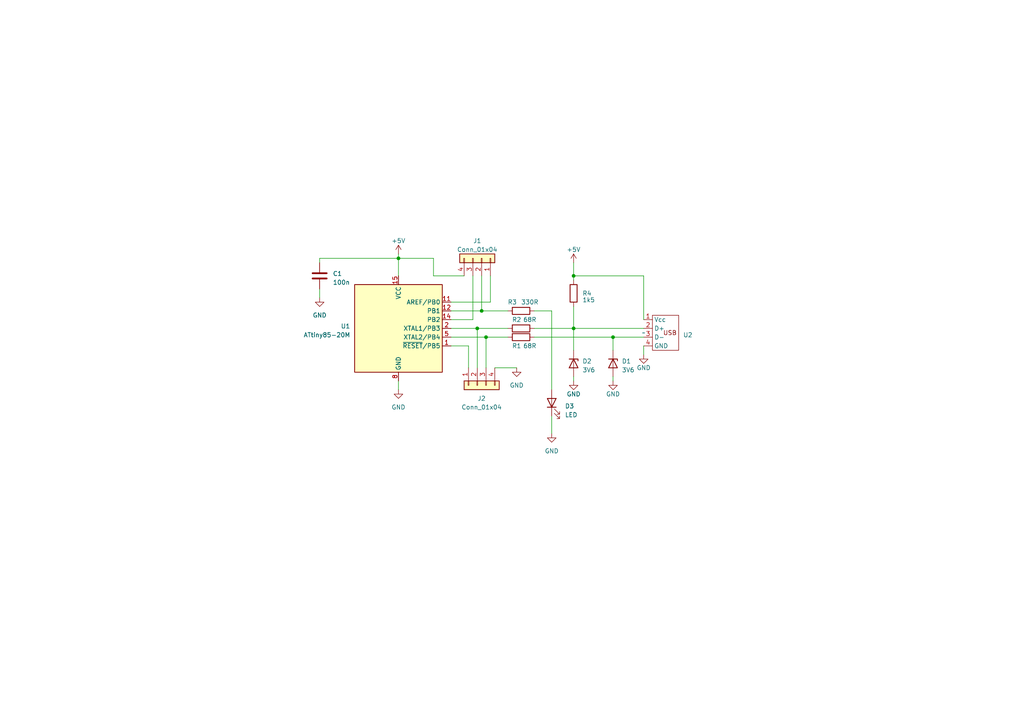
<source format=kicad_sch>
(kicad_sch (version 20230121) (generator eeschema)
  (paper "A4")
  (lib_symbols
    (symbol "Connector_Generic:Conn_01x04" (pin_names (offset 1.016) hide)
      (property "Reference" "J" (at 0 5.08 0))
      (property "Value" "Conn_01x04" (at 0 -7.62 0))
      (symbol "Conn_01x04_1_1"
        (rectangle (start -1.27 -4.953) (end 0 -5.207) (stroke (width 0.1524)))
        (rectangle (start -1.27 -2.413) (end 0 -2.667) (stroke (width 0.1524)))
        (rectangle (start -1.27 0.127) (end 0 -0.127) (stroke (width 0.1524)))
        (rectangle (start -1.27 2.667) (end 0 2.413) (stroke (width 0.1524)))
        (rectangle (start -1.27 3.81) (end 1.27 -6.35) (stroke (width 0.254)) (fill (type background)))
        (pin passive line (at -5.08 2.54 0) (length 3.81) (name "Pin_1") (number "1"))
        (pin passive line (at -5.08 0 0) (length 3.81) (name "Pin_2") (number "2"))
        (pin passive line (at -5.08 -2.54 0) (length 3.81) (name "Pin_3") (number "3"))
        (pin passive line (at -5.08 -5.08 0) (length 3.81) (name "Pin_4") (number "4"))
      )
    )
    (symbol "Device:C" (pin_numbers hide) (pin_names (offset 0.254))
      (property "Reference" "C" (at 0.635 2.54 0))
      (property "Value" "C" (at 0.635 -2.54 0))
      (symbol "C_0_1"
        (polyline (pts (xy -2.032 -0.762) (xy 2.032 -0.762)) (stroke (width 0.508)))
        (polyline (pts (xy -2.032 0.762) (xy 2.032 0.762)) (stroke (width 0.508)))
      )
      (symbol "C_1_1"
        (pin passive line (at 0 3.81 270) (length 2.794) (name "~") (number "1"))
        (pin passive line (at 0 -3.81 90) (length 2.794) (name "~") (number "2"))
      )
    )
    (symbol "Device:D_Zener" (pin_numbers hide) (pin_names (offset 1.016) hide)
      (property "Reference" "D" (at 0 2.54 0))
      (property "Value" "D_Zener" (at 0 -2.54 0))
      (symbol "D_Zener_0_1"
        (polyline (pts (xy 1.27 0) (xy -1.27 0)))
        (polyline (pts (xy -1.27 -1.27) (xy -1.27 1.27) (xy -0.762 1.27)) (stroke (width 0.254)))
        (polyline (pts (xy 1.27 -1.27) (xy 1.27 1.27) (xy -1.27 0) (xy 1.27 -1.27)) (stroke (width 0.254)))
      )
      (symbol "D_Zener_1_1"
        (pin passive line (at -3.81 0 0) (length 2.54) (name "K") (number "1"))
        (pin passive line (at 3.81 0 180) (length 2.54) (name "A") (number "2"))
      )
    )
    (symbol "Device:LED" (pin_numbers hide) (pin_names (offset 1.016) hide)
      (property "Reference" "D" (at 0 2.54 0))
      (property "Value" "LED" (at 0 -2.54 0))
      (symbol "LED_0_1"
        (polyline (pts (xy -1.27 -1.27) (xy -1.27 1.27)) (stroke (width 0.254)))
        (polyline (pts (xy -1.27 0) (xy 1.27 0)))
        (polyline (pts (xy 1.27 -1.27) (xy 1.27 1.27) (xy -1.27 0) (xy 1.27 -1.27)) (stroke (width 0.254)))
        (polyline (pts (xy -3.048 -0.762) (xy -4.572 -2.286) (xy -3.81 -2.286) (xy -4.572 -2.286) (xy -4.572 -1.524)))
        (polyline (pts (xy -1.778 -0.762) (xy -3.302 -2.286) (xy -2.54 -2.286) (xy -3.302 -2.286) (xy -3.302 -1.524)))
      )
      (symbol "LED_1_1"
        (pin passive line (at -3.81 0 0) (length 2.54) (name "K") (number "1"))
        (pin passive line (at 3.81 0 180) (length 2.54) (name "A") (number "2"))
      )
    )
    (symbol "Device:R" (pin_numbers hide) (pin_names (offset 0))
      (property "Reference" "R" (at 2.032 0 90))
      (property "Value" "R" (at 0 0 90))
      (symbol "R_0_1"
        (rectangle (start -1.016 -2.54) (end 1.016 2.54) (stroke (width 0.254)))
      )
      (symbol "R_1_1"
        (pin passive line (at 0 3.81 270) (length 1.27) (name "~") (number "1"))
        (pin passive line (at 0 -3.81 90) (length 1.27) (name "~") (number "2"))
      )
    )
    (symbol "MCU_Microchip_ATtiny:ATtiny85-20M"
      (property "Reference" "U" (at -12.7 13.97 0))
      (property "Value" "ATtiny85-20M" (at 2.54 -13.97 0))
      (symbol "ATtiny85-20M_0_1"
        (rectangle (start -12.7 -12.7) (end 12.7 12.7) (stroke (width 0.254)) (fill (type background)))
      )
      (symbol "ATtiny85-20M_1_1"
        (pin bidirectional line (at 15.24 -5.08 180) (length 2.54) (name "~{RESET}/PB5") (number "1"))
        (pin no_connect line (at -12.7 -2.54 0) (length 2.54) hide (name "NC") (number "10"))
        (pin bidirectional line (at 15.24 7.62 180) (length 2.54) (name "AREF/PB0") (number "11"))
        (pin bidirectional line (at 15.24 5.08 180) (length 2.54) (name "PB1") (number "12"))
        (pin no_connect line (at -12.7 -5.08 0) (length 2.54) hide (name "NC") (number "13"))
        (pin bidirectional line (at 15.24 2.54 180) (length 2.54) (name "PB2") (number "14"))
        (pin power_in line (at 0 15.24 270) (length 2.54) (name "VCC") (number "15"))
        (pin no_connect line (at -12.7 -7.62 0) (length 2.54) hide (name "NC") (number "16"))
        (pin no_connect line (at -12.7 -10.16 0) (length 2.54) hide (name "NC") (number "17"))
        (pin no_connect line (at -7.62 -12.7 90) (length 2.54) hide (name "NC") (number "18"))
        (pin no_connect line (at -5.08 -12.7 90) (length 2.54) hide (name "NC") (number "19"))
        (pin bidirectional line (at 15.24 0 180) (length 2.54) (name "XTAL1/PB3") (number "2"))
        (pin no_connect line (at -2.54 -12.7 90) (length 2.54) hide (name "NC") (number "20"))
        (pin passive line (at 0 -15.24 90) (length 2.54) hide (name "GND") (number "21"))
        (pin no_connect line (at -12.7 10.16 0) (length 2.54) hide (name "NC") (number "3"))
        (pin no_connect line (at -12.7 7.62 0) (length 2.54) hide (name "NC") (number "4"))
        (pin bidirectional line (at 15.24 -2.54 180) (length 2.54) (name "XTAL2/PB4") (number "5"))
        (pin no_connect line (at -12.7 5.08 0) (length 2.54) hide (name "NC") (number "6"))
        (pin no_connect line (at -12.7 2.54 0) (length 2.54) hide (name "NC") (number "7"))
        (pin power_in line (at 0 -15.24 90) (length 2.54) (name "GND") (number "8"))
        (pin no_connect line (at -12.7 0 0) (length 2.54) hide (name "NC") (number "9"))
      )
    )
    (symbol "custom_lib1:PCB_USB_connector"
      (property "Reference" "U" (at 0 0 0))
      (symbol "PCB_USB_connector_1_1"
        (rectangle (start 2.54 5.08) (end 10.16 -5.08))
        (text "USB" (at 7.62 0 0) (effects (font (size 1.27 1.27))))
        (pin power_in line (at 0 3.81 0) (length 2.54) (name "Vcc") (number "1"))
        (pin bidirectional line (at 0 1.27 0) (length 2.54) (name "D+") (number "2"))
        (pin bidirectional line (at 0 -1.27 0) (length 2.54) (name "D-") (number "3"))
        (pin power_in line (at 0 -3.81 0) (length 2.54) (name "GND") (number "4"))
      )
    )
    (symbol "power:+5V" (power) (pin_names (offset 0))
      (property "Value" "+5V" (at 0 3.556 0))
      (symbol "+5V_0_1"
        (polyline (pts (xy -0.762 1.27) (xy 0 2.54)))
        (polyline (pts (xy 0 0) (xy 0 2.54)))
        (polyline (pts (xy 0 2.54) (xy 0.762 1.27)))
      )
      (symbol "+5V_1_1"
        (pin power_in line (at 0 0 90) (length 0) hide (name "+5V") (number "1"))
      )
    )
    (symbol "power:GND" (power) (pin_names (offset 0))
      (property "Value" "GND" (at 0 -3.81 0))
      (symbol "GND_0_1"
        (polyline (pts (xy 0 0) (xy 0 -1.27) (xy 1.27 -1.27) (xy 0 -2.54) (xy -1.27 -1.27) (xy 0 -1.27)))
      )
      (symbol "GND_1_1"
        (pin power_in line (at 0 0 270) (length 0) hide (name "GND") (number "1"))
      )
    )
  )
  (junction (at 166.37 80.01))
  (junction (at 138.43 95.25))
  (junction (at 139.7 90.17))
  (junction (at 115.57 74.93))
  (junction (at 177.8 97.79))
  (junction (at 166.37 95.25))
  (junction (at 140.97 97.79))
  (wire (pts (xy 134.62 80.01) (xy 125.73 80.01)))
  (wire (pts (xy 142.24 87.63) (xy 130.81 87.63)))
  (wire (pts (xy 140.97 97.79) (xy 147.32 97.79)))
  (wire (pts (xy 166.37 76.2) (xy 166.37 80.01)))
  (wire (pts (xy 115.57 110.49) (xy 115.57 113.03)))
  (wire (pts (xy 139.7 90.17) (xy 147.32 90.17)))
  (wire (pts (xy 140.97 97.79) (xy 140.97 106.68)))
  (wire (pts (xy 166.37 80.01) (xy 166.37 81.28)))
  (wire (pts (xy 154.94 95.25) (xy 166.37 95.25)))
  (wire (pts (xy 166.37 95.25) (xy 186.69 95.25)))
  (wire (pts (xy 154.94 90.17) (xy 160.02 90.17)))
  (wire (pts (xy 186.69 80.01) (xy 166.37 80.01)))
  (wire (pts (xy 125.73 74.93) (xy 115.57 74.93)))
  (wire (pts (xy 137.16 92.71) (xy 130.81 92.71)))
  (wire (pts (xy 130.81 95.25) (xy 138.43 95.25)))
  (wire (pts (xy 115.57 73.66) (xy 115.57 74.93)))
  (wire (pts (xy 142.24 80.01) (xy 142.24 87.63)))
  (wire (pts (xy 177.8 109.22) (xy 177.8 110.49)))
  (wire (pts (xy 92.71 76.2) (xy 92.71 74.93)))
  (wire (pts (xy 166.37 109.22) (xy 166.37 110.49)))
  (wire (pts (xy 154.94 97.79) (xy 177.8 97.79)))
  (wire (pts (xy 160.02 120.65) (xy 160.02 125.73)))
  (wire (pts (xy 166.37 88.9) (xy 166.37 95.25)))
  (wire (pts (xy 139.7 90.17) (xy 130.81 90.17)))
  (wire (pts (xy 135.89 100.33) (xy 135.89 106.68)))
  (wire (pts (xy 130.81 100.33) (xy 135.89 100.33)))
  (wire (pts (xy 186.69 100.33) (xy 186.69 102.87)))
  (wire (pts (xy 92.71 83.82) (xy 92.71 86.36)))
  (wire (pts (xy 138.43 95.25) (xy 138.43 106.68)))
  (wire (pts (xy 115.57 74.93) (xy 115.57 80.01)))
  (wire (pts (xy 139.7 80.01) (xy 139.7 90.17)))
  (wire (pts (xy 138.43 95.25) (xy 147.32 95.25)))
  (wire (pts (xy 143.51 106.68) (xy 149.86 106.68)))
  (wire (pts (xy 92.71 74.93) (xy 115.57 74.93)))
  (wire (pts (xy 166.37 95.25) (xy 166.37 101.6)))
  (wire (pts (xy 125.73 80.01) (xy 125.73 74.93)))
  (wire (pts (xy 160.02 90.17) (xy 160.02 113.03)))
  (wire (pts (xy 186.69 92.71) (xy 186.69 80.01)))
  (wire (pts (xy 137.16 80.01) (xy 137.16 92.71)))
  (wire (pts (xy 177.8 97.79) (xy 186.69 97.79)))
  (wire (pts (xy 177.8 97.79) (xy 177.8 101.6)))
  (wire (pts (xy 130.81 97.79) (xy 140.97 97.79)))
  (symbol (lib_id "Device:R") (at 151.13 95.25 90) (unit 1)
    (property "Reference" "R2" (at 149.86 92.71 90))
    (property "Value" "68R" (at 153.67 92.71 90))
    (property "Footprint" "Resistor_SMD:R_0805_2012Metric_Pad1.20x1.40mm_HandSolder" (effects hide))
  )
  (symbol (lib_id "Device:D_Zener") (at 166.37 105.41 270) (unit 1)
    (property "Reference" "D2" (at 168.91 104.775 90) (effects (justify left)))
    (property "Value" "3V6" (at 168.91 107.315 90) (effects (justify left)))
    (property "Footprint" "Diode_SMD:D_SOD-123" (effects hide))
  )
  (symbol (lib_id "Device:LED") (at 160.02 116.84 90) (unit 1)
    (property "Reference" "D3" (at 163.83 117.7925 90) (effects (justify right)))
    (property "Value" "LED" (at 163.83 120.3325 90) (effects (justify right)))
    (property "Footprint" "LED_SMD:LED_0805_2012Metric" (effects hide))
  )
  (symbol (lib_id "power:GND") (at 160.02 125.73 0) (unit 1)
    (property "Reference" "#PWR05" (effects hide))
    (property "Value" "GND" (at 160.02 130.81 0))
  )
  (symbol (lib_id "power:+5V") (at 166.37 76.2 0) (unit 1)
    (property "Reference" "#PWR08" (effects hide))
    (property "Value" "+5V" (at 166.37 72.39 0))
  )
  (symbol (lib_id "Connector_Generic:Conn_01x04") (at 139.7 74.93 270) (mirror x) (unit 1)
    (property "Reference" "J1" (at 138.43 69.85 90))
    (property "Value" "Conn_01x04" (at 138.43 72.39 90))
    (property "Footprint" "Connector_PinHeader_2.54mm:PinHeader_1x04_P2.54mm_Vertical" (effects hide))
  )
  (symbol (lib_id "power:GND") (at 115.57 113.03 0) (unit 1)
    (property "Reference" "#PWR03" (effects hide))
    (property "Value" "GND" (at 115.57 118.11 0))
  )
  (symbol (lib_id "power:GND") (at 149.86 106.68 0) (unit 1)
    (property "Reference" "#PWR04" (effects hide))
    (property "Value" "GND" (at 149.86 111.76 0))
  )
  (symbol (lib_id "custom_lib1:PCB_USB_connector") (at 186.69 96.52 0) (unit 1)
    (property "Reference" "U2" (at 198.12 97.155 0) (effects (justify left)))
    (property "Value" "~" (at 186.69 96.52 0))
    (property "Footprint" "custom_lib1:PCB_USB_conn" (effects hide))
  )
  (symbol (lib_id "Device:C") (at 92.71 80.01 0) (unit 1)
    (property "Reference" "C1" (at 96.52 79.375 0) (effects (justify left)))
    (property "Value" "100n" (at 96.52 81.915 0) (effects (justify left)))
    (property "Footprint" "Capacitor_SMD:C_1206_3216Metric_Pad1.33x1.80mm_HandSolder" (effects hide))
  )
  (symbol (lib_id "power:GND") (at 177.8 110.49 0) (unit 1)
    (property "Reference" "#PWR07" (effects hide))
    (property "Value" "GND" (at 177.8 114.3 0))
  )
  (symbol (lib_id "power:GND") (at 92.71 86.36 0) (unit 1)
    (property "Reference" "#PWR02" (effects hide))
    (property "Value" "GND" (at 92.71 91.44 0))
  )
  (symbol (lib_id "MCU_Microchip_ATtiny:ATtiny85-20M") (at 115.57 95.25 0) (unit 1)
    (property "Reference" "U1" (at 101.6 94.615 0) (effects (justify right)))
    (property "Value" "ATtiny85-20M" (at 101.6 97.155 0) (effects (justify right)))
    (property "Footprint" "Package_DFN_QFN:QFN-20-1EP_4x4mm_P0.5mm_EP2.6x2.6mm" (effects hide))
    (property "Datasheet" "http://ww1.microchip.com/downloads/en/DeviceDoc/atmel-2586-avr-8-bit-microcontroller-attiny25-attiny45-attiny85_datasheet.pdf" (effects hide))
  )
  (symbol (lib_id "Device:D_Zener") (at 177.8 105.41 270) (unit 1)
    (property "Reference" "D1" (at 180.34 104.775 90) (effects (justify left)))
    (property "Value" "3V6" (at 180.34 107.315 90) (effects (justify left)))
    (property "Footprint" "Diode_SMD:D_SOD-123" (effects hide))
  )
  (symbol (lib_id "power:GND") (at 186.69 102.87 0) (unit 1)
    (property "Reference" "#PWR09" (effects hide))
    (property "Value" "GND" (at 186.69 106.68 0))
  )
  (symbol (lib_id "Device:R") (at 151.13 97.79 90) (unit 1)
    (property "Reference" "R1" (at 149.86 100.33 90))
    (property "Value" "68R" (at 153.67 100.33 90))
    (property "Footprint" "Resistor_SMD:R_0805_2012Metric_Pad1.20x1.40mm_HandSolder" (effects hide))
  )
  (symbol (lib_id "Device:R") (at 166.37 85.09 0) (unit 1)
    (property "Reference" "R4" (at 168.91 85.09 0) (effects (justify left)))
    (property "Value" "1k5" (at 168.91 86.995 0) (effects (justify left)))
    (property "Footprint" "Resistor_SMD:R_0805_2012Metric_Pad1.20x1.40mm_HandSolder" (effects hide))
  )
  (symbol (lib_id "power:+5V") (at 115.57 73.66 0) (unit 1)
    (property "Reference" "#PWR01" (effects hide))
    (property "Value" "+5V" (at 115.57 69.85 0))
  )
  (symbol (lib_id "Connector_Generic:Conn_01x04") (at 138.43 111.76 90) (mirror x) (unit 1)
    (property "Reference" "J2" (at 139.7 115.57 90))
    (property "Value" "Conn_01x04" (at 139.7 118.11 90))
    (property "Footprint" "Connector_PinHeader_2.54mm:PinHeader_1x04_P2.54mm_Vertical" (effects hide))
  )
  (symbol (lib_id "Device:R") (at 151.13 90.17 90) (unit 1)
    (property "Reference" "R3" (at 148.59 87.63 90))
    (property "Value" "330R" (at 153.67 87.63 90))
    (property "Footprint" "Resistor_SMD:R_0805_2012Metric_Pad1.20x1.40mm_HandSolder" (effects hide))
  )
  (symbol (lib_id "power:GND") (at 166.37 110.49 0) (unit 1)
    (property "Reference" "#PWR06" (effects hide))
    (property "Value" "GND" (at 166.37 114.3 0))
  )
)
</source>
